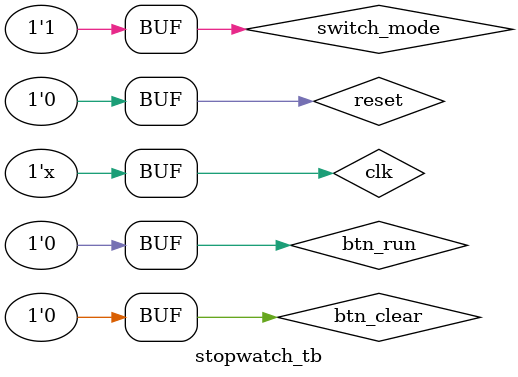
<source format=v>
`timescale 1ns/1ps

module stopwatch_tb;

    reg clk;
    reg reset;
    reg btn_clear;
    reg btn_run;
    reg switch_mode;
    wire [3:0] fnd_comm;
    wire [7:0] fnd_font;

    top_stopwatch dut(
    .clk(clk),
    .reset(reset),
    .switch_mode(switch_mode),
    .btn_run(btn_run),
    .btn_clear(btn_clear),
    .fnd_comm(fnd_comm),
    .fnd_font(fnd_font)
    );

    // Clock generation
    always #1 clk = ~clk;

    // Test procedure
    initial begin
    clk = 0;
    btn_clear = 0;
    btn_run = 0;
    switch_mode = 0;

        reset = 1;
        #10 reset = 0;  

        btn_run = 1;
        #5_000_000;  

        switch_mode = 1;
        #100;  

        btn_clear = 1;
        #10 btn_clear = 0;

        btn_run = 0;
        #500;

        reset = 1;
        #10 reset = 0;
    end

endmodule

</source>
